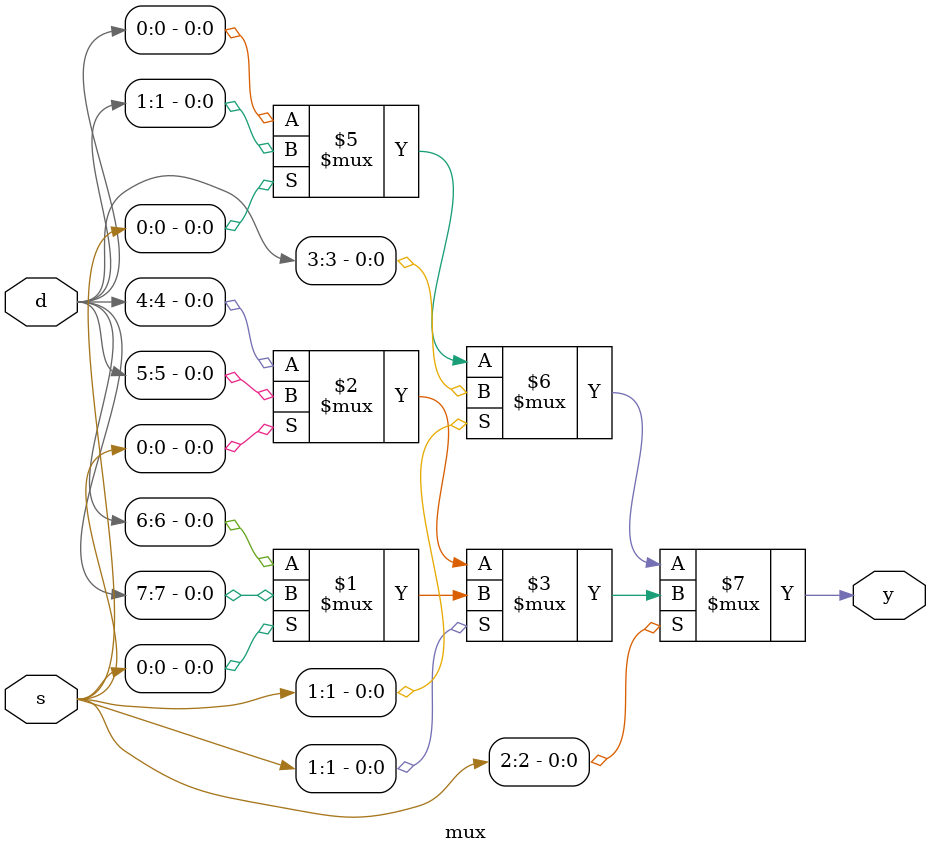
<source format=v>
module mux(input [7:0]d, input [2:0]s, output y);
assign y = s[2] ? (s[1] ? (s[0] ? d[7] : d[6]) : (s[0] ? d[5] : d[4]) ) : (s[1] ? (s[0] ? d[3] : d[3]) : (s[0] ? d[1] : d[0]) )  ;
endmodule
</source>
